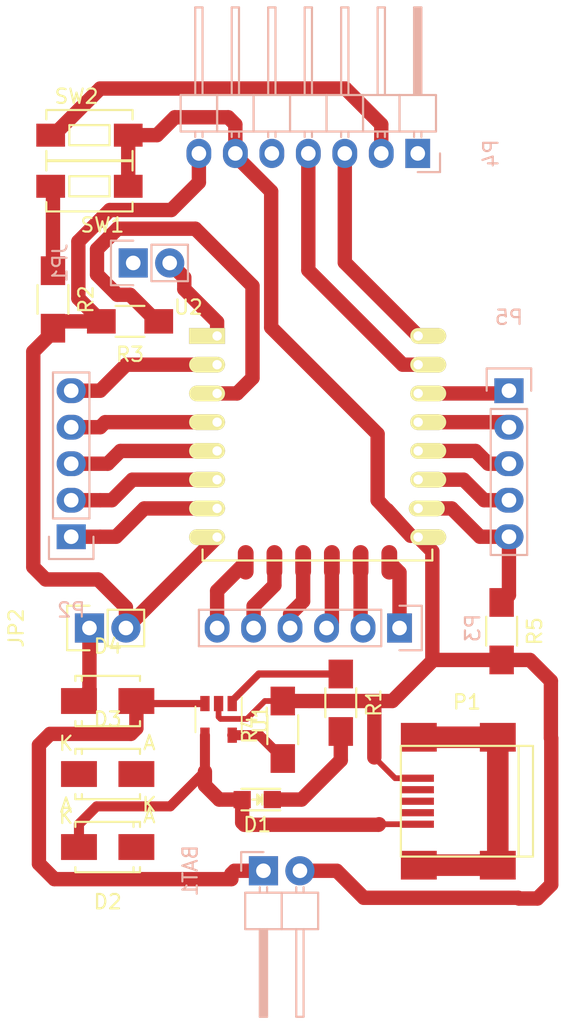
<source format=kicad_pcb>
(kicad_pcb (version 4) (host pcbnew 4.0.5)

  (general
    (links 54)
    (no_connects 54)
    (area 122.936667 51.054999 164.845001 119.675001)
    (thickness 1.6)
    (drawings 0)
    (tracks 175)
    (zones 0)
    (modules 21)
    (nets 31)
  )

  (page A4)
  (layers
    (0 F.Cu signal)
    (31 B.Cu signal)
    (32 B.Adhes user)
    (33 F.Adhes user)
    (34 B.Paste user)
    (35 F.Paste user)
    (36 B.SilkS user)
    (37 F.SilkS user)
    (38 B.Mask user)
    (39 F.Mask user)
    (40 Dwgs.User user)
    (41 Cmts.User user)
    (42 Eco1.User user)
    (43 Eco2.User user)
    (44 Edge.Cuts user)
    (45 Margin user)
    (46 B.CrtYd user)
    (47 F.CrtYd user)
    (48 B.Fab user)
    (49 F.Fab user)
  )

  (setup
    (last_trace_width 1)
    (user_trace_width 0.4)
    (user_trace_width 0.5)
    (user_trace_width 0.7)
    (trace_clearance 0.3)
    (zone_clearance 0.508)
    (zone_45_only no)
    (trace_min 0.2)
    (segment_width 0.2)
    (edge_width 0.15)
    (via_size 0.6)
    (via_drill 0.4)
    (via_min_size 0.4)
    (via_min_drill 0.3)
    (uvia_size 0.3)
    (uvia_drill 0.1)
    (uvias_allowed no)
    (uvia_min_size 0.2)
    (uvia_min_drill 0.1)
    (pcb_text_width 0.3)
    (pcb_text_size 1.5 1.5)
    (mod_edge_width 0.15)
    (mod_text_size 1 1)
    (mod_text_width 0.15)
    (pad_size 1.524 1.524)
    (pad_drill 0.762)
    (pad_to_mask_clearance 0.2)
    (aux_axis_origin 0 0)
    (visible_elements FFFFFF7F)
    (pcbplotparams
      (layerselection 0x00030_80000001)
      (usegerberextensions false)
      (excludeedgelayer true)
      (linewidth 0.100000)
      (plotframeref false)
      (viasonmask false)
      (mode 1)
      (useauxorigin false)
      (hpglpennumber 1)
      (hpglpenspeed 20)
      (hpglpendiameter 15)
      (hpglpenoverlay 2)
      (psnegative false)
      (psa4output false)
      (plotreference true)
      (plotvalue true)
      (plotinvisibletext false)
      (padsonsilk false)
      (subtractmaskfromsilk false)
      (outputformat 1)
      (mirror false)
      (drillshape 1)
      (scaleselection 1)
      (outputdirectory ""))
  )

  (net 0 "")
  (net 1 "Net-(BAT1-Pad1)")
  (net 2 GND)
  (net 3 /USBVCC)
  (net 4 "Net-(D1-Pad1)")
  (net 5 "Net-(D2-Pad1)")
  (net 6 "Net-(D3-Pad1)")
  (net 7 "Net-(JP1-Pad1)")
  (net 8 "Net-(JP1-Pad2)")
  (net 9 VCC)
  (net 10 "Net-(P1-Pad6)")
  (net 11 "Net-(P2-Pad1)")
  (net 12 "Net-(P2-Pad2)")
  (net 13 "Net-(P2-Pad3)")
  (net 14 "Net-(P2-Pad5)")
  (net 15 "Net-(P3-Pad1)")
  (net 16 "Net-(P3-Pad2)")
  (net 17 "Net-(P3-Pad3)")
  (net 18 "Net-(P3-Pad4)")
  (net 19 "Net-(P3-Pad5)")
  (net 20 "Net-(P3-Pad6)")
  (net 21 "Net-(P4-Pad1)")
  (net 22 "Net-(P4-Pad2)")
  (net 23 "Net-(P4-Pad3)")
  (net 24 "Net-(P4-Pad4)")
  (net 25 "Net-(P5-Pad1)")
  (net 26 "Net-(P5-Pad2)")
  (net 27 "Net-(P5-Pad4)")
  (net 28 "Net-(P5-Pad5)")
  (net 29 "Net-(R1-Pad1)")
  (net 30 "Net-(R4-Pad1)")

  (net_class Default "Esta é a classe de net default."
    (clearance 0.3)
    (trace_width 1)
    (via_dia 0.6)
    (via_drill 0.4)
    (uvia_dia 0.3)
    (uvia_drill 0.1)
    (add_net /USBVCC)
    (add_net GND)
    (add_net "Net-(BAT1-Pad1)")
    (add_net "Net-(D1-Pad1)")
    (add_net "Net-(D2-Pad1)")
    (add_net "Net-(D3-Pad1)")
    (add_net "Net-(JP1-Pad1)")
    (add_net "Net-(JP1-Pad2)")
    (add_net "Net-(P1-Pad6)")
    (add_net "Net-(P2-Pad1)")
    (add_net "Net-(P2-Pad2)")
    (add_net "Net-(P2-Pad3)")
    (add_net "Net-(P2-Pad5)")
    (add_net "Net-(P3-Pad1)")
    (add_net "Net-(P3-Pad2)")
    (add_net "Net-(P3-Pad3)")
    (add_net "Net-(P3-Pad4)")
    (add_net "Net-(P3-Pad5)")
    (add_net "Net-(P3-Pad6)")
    (add_net "Net-(P4-Pad1)")
    (add_net "Net-(P4-Pad2)")
    (add_net "Net-(P4-Pad3)")
    (add_net "Net-(P4-Pad4)")
    (add_net "Net-(P5-Pad1)")
    (add_net "Net-(P5-Pad2)")
    (add_net "Net-(P5-Pad4)")
    (add_net "Net-(P5-Pad5)")
    (add_net "Net-(R1-Pad1)")
    (add_net "Net-(R4-Pad1)")
    (add_net VCC)
  )

  (net_class fdx ""
    (clearance 0.3)
    (trace_width 0.7)
    (via_dia 0.6)
    (via_drill 0.4)
    (uvia_dia 0.3)
    (uvia_drill 0.1)
  )

  (module Pin_Headers:Pin_Header_Angled_1x02 (layer B.Cu) (tedit 0) (tstamp 58B6E001)
    (at 141.6558 112.141 270)
    (descr "Through hole pin header")
    (tags "pin header")
    (path /58B57780)
    (fp_text reference BAT1 (at 0 5.1 270) (layer B.SilkS)
      (effects (font (size 1 1) (thickness 0.15)) (justify mirror))
    )
    (fp_text value 3.7v (at 0 3.1 270) (layer B.Fab)
      (effects (font (size 1 1) (thickness 0.15)) (justify mirror))
    )
    (fp_line (start -1.5 1.75) (end -1.5 -4.3) (layer B.CrtYd) (width 0.05))
    (fp_line (start 10.65 1.75) (end 10.65 -4.3) (layer B.CrtYd) (width 0.05))
    (fp_line (start -1.5 1.75) (end 10.65 1.75) (layer B.CrtYd) (width 0.05))
    (fp_line (start -1.5 -4.3) (end 10.65 -4.3) (layer B.CrtYd) (width 0.05))
    (fp_line (start -1.3 1.55) (end -1.3 0) (layer B.SilkS) (width 0.15))
    (fp_line (start 0 1.55) (end -1.3 1.55) (layer B.SilkS) (width 0.15))
    (fp_line (start 4.191 0.127) (end 10.033 0.127) (layer B.SilkS) (width 0.15))
    (fp_line (start 10.033 0.127) (end 10.033 -0.127) (layer B.SilkS) (width 0.15))
    (fp_line (start 10.033 -0.127) (end 4.191 -0.127) (layer B.SilkS) (width 0.15))
    (fp_line (start 4.191 -0.127) (end 4.191 0) (layer B.SilkS) (width 0.15))
    (fp_line (start 4.191 0) (end 10.033 0) (layer B.SilkS) (width 0.15))
    (fp_line (start 1.524 0.254) (end 1.143 0.254) (layer B.SilkS) (width 0.15))
    (fp_line (start 1.524 -0.254) (end 1.143 -0.254) (layer B.SilkS) (width 0.15))
    (fp_line (start 1.524 -2.286) (end 1.143 -2.286) (layer B.SilkS) (width 0.15))
    (fp_line (start 1.524 -2.794) (end 1.143 -2.794) (layer B.SilkS) (width 0.15))
    (fp_line (start 1.524 1.27) (end 4.064 1.27) (layer B.SilkS) (width 0.15))
    (fp_line (start 1.524 -1.27) (end 4.064 -1.27) (layer B.SilkS) (width 0.15))
    (fp_line (start 1.524 -1.27) (end 1.524 -3.81) (layer B.SilkS) (width 0.15))
    (fp_line (start 1.524 -3.81) (end 4.064 -3.81) (layer B.SilkS) (width 0.15))
    (fp_line (start 4.064 -2.286) (end 10.16 -2.286) (layer B.SilkS) (width 0.15))
    (fp_line (start 10.16 -2.286) (end 10.16 -2.794) (layer B.SilkS) (width 0.15))
    (fp_line (start 10.16 -2.794) (end 4.064 -2.794) (layer B.SilkS) (width 0.15))
    (fp_line (start 4.064 -3.81) (end 4.064 -1.27) (layer B.SilkS) (width 0.15))
    (fp_line (start 4.064 -1.27) (end 4.064 1.27) (layer B.SilkS) (width 0.15))
    (fp_line (start 10.16 -0.254) (end 4.064 -0.254) (layer B.SilkS) (width 0.15))
    (fp_line (start 10.16 0.254) (end 10.16 -0.254) (layer B.SilkS) (width 0.15))
    (fp_line (start 4.064 0.254) (end 10.16 0.254) (layer B.SilkS) (width 0.15))
    (fp_line (start 1.524 -1.27) (end 4.064 -1.27) (layer B.SilkS) (width 0.15))
    (fp_line (start 1.524 1.27) (end 1.524 -1.27) (layer B.SilkS) (width 0.15))
    (pad 1 thru_hole rect (at 0 0 270) (size 2.032 2.032) (drill 1.016) (layers *.Cu *.Mask)
      (net 1 "Net-(BAT1-Pad1)"))
    (pad 2 thru_hole oval (at 0 -2.54 270) (size 2.032 2.032) (drill 1.016) (layers *.Cu *.Mask)
      (net 2 GND))
    (model Pin_Headers.3dshapes/Pin_Header_Angled_1x02.wrl
      (at (xyz 0 -0.05 0))
      (scale (xyz 1 1 1))
      (rotate (xyz 0 0 90))
    )
  )

  (module LEDs:LED_0805 (layer F.Cu) (tedit 55BDE1C2) (tstamp 58B6E01C)
    (at 141.224 107.188 180)
    (descr "LED 0805 smd package")
    (tags "LED 0805 SMD")
    (path /58B57249)
    (attr smd)
    (fp_text reference D1 (at 0 -1.75 180) (layer F.SilkS)
      (effects (font (size 1 1) (thickness 0.15)))
    )
    (fp_text value LED (at 0.3048 1.9304 180) (layer F.Fab)
      (effects (font (size 1 1) (thickness 0.15)))
    )
    (fp_line (start -0.4 -0.3) (end -0.4 0.3) (layer F.Fab) (width 0.15))
    (fp_line (start -0.3 0) (end 0 -0.3) (layer F.Fab) (width 0.15))
    (fp_line (start 0 0.3) (end -0.3 0) (layer F.Fab) (width 0.15))
    (fp_line (start 0 -0.3) (end 0 0.3) (layer F.Fab) (width 0.15))
    (fp_line (start 1 -0.6) (end -1 -0.6) (layer F.Fab) (width 0.15))
    (fp_line (start 1 0.6) (end 1 -0.6) (layer F.Fab) (width 0.15))
    (fp_line (start -1 0.6) (end 1 0.6) (layer F.Fab) (width 0.15))
    (fp_line (start -1 -0.6) (end -1 0.6) (layer F.Fab) (width 0.15))
    (fp_line (start -1.6 0.75) (end 1.1 0.75) (layer F.SilkS) (width 0.15))
    (fp_line (start -1.6 -0.75) (end 1.1 -0.75) (layer F.SilkS) (width 0.15))
    (fp_line (start -0.1 0.15) (end -0.1 -0.1) (layer F.SilkS) (width 0.15))
    (fp_line (start -0.1 -0.1) (end -0.25 0.05) (layer F.SilkS) (width 0.15))
    (fp_line (start -0.35 -0.35) (end -0.35 0.35) (layer F.SilkS) (width 0.15))
    (fp_line (start 0 0) (end 0.35 0) (layer F.SilkS) (width 0.15))
    (fp_line (start -0.35 0) (end 0 -0.35) (layer F.SilkS) (width 0.15))
    (fp_line (start 0 -0.35) (end 0 0.35) (layer F.SilkS) (width 0.15))
    (fp_line (start 0 0.35) (end -0.35 0) (layer F.SilkS) (width 0.15))
    (fp_line (start 1.9 -0.95) (end 1.9 0.95) (layer F.CrtYd) (width 0.05))
    (fp_line (start 1.9 0.95) (end -1.9 0.95) (layer F.CrtYd) (width 0.05))
    (fp_line (start -1.9 0.95) (end -1.9 -0.95) (layer F.CrtYd) (width 0.05))
    (fp_line (start -1.9 -0.95) (end 1.9 -0.95) (layer F.CrtYd) (width 0.05))
    (pad 2 smd rect (at 1.04902 0) (size 1.19888 1.19888) (layers F.Cu F.Paste F.Mask)
      (net 3 /USBVCC))
    (pad 1 smd rect (at -1.04902 0) (size 1.19888 1.19888) (layers F.Cu F.Paste F.Mask)
      (net 4 "Net-(D1-Pad1)"))
    (model LEDs.3dshapes/LED_0805.wrl
      (at (xyz 0 0 0))
      (scale (xyz 1 1 1))
      (rotate (xyz 0 0 0))
    )
  )

  (module Pin_Headers:Pin_Header_Straight_1x02 (layer B.Cu) (tedit 54EA090C) (tstamp 58B6E07E)
    (at 132.588 69.85 270)
    (descr "Through hole pin header")
    (tags "pin header")
    (path /58B606D8)
    (fp_text reference JP1 (at 0 5.1 270) (layer B.SilkS)
      (effects (font (size 1 1) (thickness 0.15)) (justify mirror))
    )
    (fp_text value WAKE (at 0 3.1 270) (layer B.Fab)
      (effects (font (size 1 1) (thickness 0.15)) (justify mirror))
    )
    (fp_line (start 1.27 -1.27) (end 1.27 -3.81) (layer B.SilkS) (width 0.15))
    (fp_line (start 1.55 1.55) (end 1.55 0) (layer B.SilkS) (width 0.15))
    (fp_line (start -1.75 1.75) (end -1.75 -4.3) (layer B.CrtYd) (width 0.05))
    (fp_line (start 1.75 1.75) (end 1.75 -4.3) (layer B.CrtYd) (width 0.05))
    (fp_line (start -1.75 1.75) (end 1.75 1.75) (layer B.CrtYd) (width 0.05))
    (fp_line (start -1.75 -4.3) (end 1.75 -4.3) (layer B.CrtYd) (width 0.05))
    (fp_line (start 1.27 -1.27) (end -1.27 -1.27) (layer B.SilkS) (width 0.15))
    (fp_line (start -1.55 0) (end -1.55 1.55) (layer B.SilkS) (width 0.15))
    (fp_line (start -1.55 1.55) (end 1.55 1.55) (layer B.SilkS) (width 0.15))
    (fp_line (start -1.27 -1.27) (end -1.27 -3.81) (layer B.SilkS) (width 0.15))
    (fp_line (start -1.27 -3.81) (end 1.27 -3.81) (layer B.SilkS) (width 0.15))
    (pad 1 thru_hole rect (at 0 0 270) (size 2.032 2.032) (drill 1.016) (layers *.Cu *.Mask)
      (net 7 "Net-(JP1-Pad1)"))
    (pad 2 thru_hole oval (at 0 -2.54 270) (size 2.032 2.032) (drill 1.016) (layers *.Cu *.Mask)
      (net 8 "Net-(JP1-Pad2)"))
    (model Pin_Headers.3dshapes/Pin_Header_Straight_1x02.wrl
      (at (xyz 0 -0.05 0))
      (scale (xyz 1 1 1))
      (rotate (xyz 0 0 90))
    )
  )

  (module Pin_Headers:Pin_Header_Straight_1x02 (layer F.Cu) (tedit 54EA090C) (tstamp 58B6E08F)
    (at 129.54 95.25 90)
    (descr "Through hole pin header")
    (tags "pin header")
    (path /58B57D03)
    (fp_text reference JP2 (at 0 -5.1 90) (layer F.SilkS)
      (effects (font (size 1 1) (thickness 0.15)))
    )
    (fp_text value ON/OFF (at 0 -3.1 90) (layer F.Fab)
      (effects (font (size 1 1) (thickness 0.15)))
    )
    (fp_line (start 1.27 1.27) (end 1.27 3.81) (layer F.SilkS) (width 0.15))
    (fp_line (start 1.55 -1.55) (end 1.55 0) (layer F.SilkS) (width 0.15))
    (fp_line (start -1.75 -1.75) (end -1.75 4.3) (layer F.CrtYd) (width 0.05))
    (fp_line (start 1.75 -1.75) (end 1.75 4.3) (layer F.CrtYd) (width 0.05))
    (fp_line (start -1.75 -1.75) (end 1.75 -1.75) (layer F.CrtYd) (width 0.05))
    (fp_line (start -1.75 4.3) (end 1.75 4.3) (layer F.CrtYd) (width 0.05))
    (fp_line (start 1.27 1.27) (end -1.27 1.27) (layer F.SilkS) (width 0.15))
    (fp_line (start -1.55 0) (end -1.55 -1.55) (layer F.SilkS) (width 0.15))
    (fp_line (start -1.55 -1.55) (end 1.55 -1.55) (layer F.SilkS) (width 0.15))
    (fp_line (start -1.27 1.27) (end -1.27 3.81) (layer F.SilkS) (width 0.15))
    (fp_line (start -1.27 3.81) (end 1.27 3.81) (layer F.SilkS) (width 0.15))
    (pad 1 thru_hole rect (at 0 0 90) (size 2.032 2.032) (drill 1.016) (layers *.Cu *.Mask)
      (net 6 "Net-(D3-Pad1)"))
    (pad 2 thru_hole oval (at 0 2.54 90) (size 2.032 2.032) (drill 1.016) (layers *.Cu *.Mask)
      (net 9 VCC))
    (model Pin_Headers.3dshapes/Pin_Header_Straight_1x02.wrl
      (at (xyz 0 -0.05 0))
      (scale (xyz 1 1 1))
      (rotate (xyz 0 0 90))
    )
  )

  (module Connect:USB_Mini-B (layer F.Cu) (tedit 5543E571) (tstamp 58B6E0A7)
    (at 155.82392 107.3023 180)
    (descr "USB Mini-B 5-pin SMD connector")
    (tags "USB USB_B USB_Mini connector")
    (path /58B6DCD5)
    (attr smd)
    (fp_text reference P1 (at 0 6.90118 180) (layer F.SilkS)
      (effects (font (size 1 1) (thickness 0.15)))
    )
    (fp_text value USB_OTG (at 0 -7.0993 180) (layer F.Fab)
      (effects (font (size 1 1) (thickness 0.15)))
    )
    (fp_line (start -4.85 -5.7) (end 4.85 -5.7) (layer F.CrtYd) (width 0.05))
    (fp_line (start 4.85 -5.7) (end 4.85 5.7) (layer F.CrtYd) (width 0.05))
    (fp_line (start 4.85 5.7) (end -4.85 5.7) (layer F.CrtYd) (width 0.05))
    (fp_line (start -4.85 5.7) (end -4.85 -5.7) (layer F.CrtYd) (width 0.05))
    (fp_line (start -3.59918 -3.85064) (end -3.59918 3.85064) (layer F.SilkS) (width 0.15))
    (fp_line (start -4.59994 -3.85064) (end -4.59994 3.85064) (layer F.SilkS) (width 0.15))
    (fp_line (start -4.59994 3.85064) (end 4.59994 3.85064) (layer F.SilkS) (width 0.15))
    (fp_line (start 4.59994 3.85064) (end 4.59994 -3.85064) (layer F.SilkS) (width 0.15))
    (fp_line (start 4.59994 -3.85064) (end -4.59994 -3.85064) (layer F.SilkS) (width 0.15))
    (pad 1 smd rect (at 3.44932 -1.6002 180) (size 2.30124 0.50038) (layers F.Cu F.Paste F.Mask)
      (net 3 /USBVCC))
    (pad 2 smd rect (at 3.44932 -0.8001 180) (size 2.30124 0.50038) (layers F.Cu F.Paste F.Mask))
    (pad 3 smd rect (at 3.44932 0 180) (size 2.30124 0.50038) (layers F.Cu F.Paste F.Mask))
    (pad 4 smd rect (at 3.44932 0.8001 180) (size 2.30124 0.50038) (layers F.Cu F.Paste F.Mask))
    (pad 5 smd rect (at 3.44932 1.6002 180) (size 2.30124 0.50038) (layers F.Cu F.Paste F.Mask)
      (net 2 GND))
    (pad 6 smd rect (at 3.35026 -4.45008 180) (size 2.49936 1.99898) (layers F.Cu F.Paste F.Mask)
      (net 10 "Net-(P1-Pad6)"))
    (pad 6 smd rect (at -2.14884 -4.45008 180) (size 2.49936 1.99898) (layers F.Cu F.Paste F.Mask)
      (net 10 "Net-(P1-Pad6)"))
    (pad 6 smd rect (at 3.35026 4.45008 180) (size 2.49936 1.99898) (layers F.Cu F.Paste F.Mask)
      (net 10 "Net-(P1-Pad6)"))
    (pad 6 smd rect (at -2.14884 4.45008 180) (size 2.49936 1.99898) (layers F.Cu F.Paste F.Mask)
      (net 10 "Net-(P1-Pad6)"))
    (pad "" np_thru_hole circle (at 0.8509 -2.19964 180) (size 0.89916 0.89916) (drill 0.89916) (layers *.Cu *.Mask))
    (pad "" np_thru_hole circle (at 0.8509 2.19964 180) (size 0.89916 0.89916) (drill 0.89916) (layers *.Cu *.Mask))
  )

  (module Pin_Headers:Pin_Header_Straight_1x05 locked (layer B.Cu) (tedit 54EA0684) (tstamp 58B6E0BB)
    (at 128.27 88.9)
    (descr "Through hole pin header")
    (tags "pin header")
    (path /58B60D16)
    (fp_text reference P2 (at 0 5.1) (layer B.SilkS)
      (effects (font (size 1 1) (thickness 0.15)) (justify mirror))
    )
    (fp_text value CONN_01X05 (at 0 3.1) (layer B.Fab)
      (effects (font (size 1 1) (thickness 0.15)) (justify mirror))
    )
    (fp_line (start -1.55 0) (end -1.55 1.55) (layer B.SilkS) (width 0.15))
    (fp_line (start -1.55 1.55) (end 1.55 1.55) (layer B.SilkS) (width 0.15))
    (fp_line (start 1.55 1.55) (end 1.55 0) (layer B.SilkS) (width 0.15))
    (fp_line (start -1.75 1.75) (end -1.75 -11.95) (layer B.CrtYd) (width 0.05))
    (fp_line (start 1.75 1.75) (end 1.75 -11.95) (layer B.CrtYd) (width 0.05))
    (fp_line (start -1.75 1.75) (end 1.75 1.75) (layer B.CrtYd) (width 0.05))
    (fp_line (start -1.75 -11.95) (end 1.75 -11.95) (layer B.CrtYd) (width 0.05))
    (fp_line (start 1.27 -1.27) (end 1.27 -11.43) (layer B.SilkS) (width 0.15))
    (fp_line (start 1.27 -11.43) (end -1.27 -11.43) (layer B.SilkS) (width 0.15))
    (fp_line (start -1.27 -11.43) (end -1.27 -1.27) (layer B.SilkS) (width 0.15))
    (fp_line (start 1.27 -1.27) (end -1.27 -1.27) (layer B.SilkS) (width 0.15))
    (pad 1 thru_hole rect (at 0 0) (size 2.032 1.7272) (drill 1.016) (layers *.Cu *.Mask)
      (net 11 "Net-(P2-Pad1)"))
    (pad 2 thru_hole oval (at 0 -2.54) (size 2.032 1.7272) (drill 1.016) (layers *.Cu *.Mask)
      (net 12 "Net-(P2-Pad2)"))
    (pad 3 thru_hole oval (at 0 -5.08) (size 2.032 1.7272) (drill 1.016) (layers *.Cu *.Mask)
      (net 13 "Net-(P2-Pad3)"))
    (pad 4 thru_hole oval (at 0 -7.62) (size 2.032 1.7272) (drill 1.016) (layers *.Cu *.Mask)
      (net 7 "Net-(JP1-Pad1)"))
    (pad 5 thru_hole oval (at 0 -10.16) (size 2.032 1.7272) (drill 1.016) (layers *.Cu *.Mask)
      (net 14 "Net-(P2-Pad5)"))
    (model Pin_Headers.3dshapes/Pin_Header_Straight_1x05.wrl
      (at (xyz 0 -0.2 0))
      (scale (xyz 1 1 1))
      (rotate (xyz 0 0 90))
    )
  )

  (module Pin_Headers:Pin_Header_Straight_1x06 (layer B.Cu) (tedit 0) (tstamp 58B6E0D0)
    (at 151.13 95.25 90)
    (descr "Through hole pin header")
    (tags "pin header")
    (path /58B60FCB)
    (fp_text reference P3 (at 0 5.1 90) (layer B.SilkS)
      (effects (font (size 1 1) (thickness 0.15)) (justify mirror))
    )
    (fp_text value CONN_01X06 (at 0 3.1 90) (layer B.Fab)
      (effects (font (size 1 1) (thickness 0.15)) (justify mirror))
    )
    (fp_line (start -1.75 1.75) (end -1.75 -14.45) (layer B.CrtYd) (width 0.05))
    (fp_line (start 1.75 1.75) (end 1.75 -14.45) (layer B.CrtYd) (width 0.05))
    (fp_line (start -1.75 1.75) (end 1.75 1.75) (layer B.CrtYd) (width 0.05))
    (fp_line (start -1.75 -14.45) (end 1.75 -14.45) (layer B.CrtYd) (width 0.05))
    (fp_line (start 1.27 -1.27) (end 1.27 -13.97) (layer B.SilkS) (width 0.15))
    (fp_line (start 1.27 -13.97) (end -1.27 -13.97) (layer B.SilkS) (width 0.15))
    (fp_line (start -1.27 -13.97) (end -1.27 -1.27) (layer B.SilkS) (width 0.15))
    (fp_line (start 1.55 1.55) (end 1.55 0) (layer B.SilkS) (width 0.15))
    (fp_line (start 1.27 -1.27) (end -1.27 -1.27) (layer B.SilkS) (width 0.15))
    (fp_line (start -1.55 0) (end -1.55 1.55) (layer B.SilkS) (width 0.15))
    (fp_line (start -1.55 1.55) (end 1.55 1.55) (layer B.SilkS) (width 0.15))
    (pad 1 thru_hole rect (at 0 0 90) (size 2.032 1.7272) (drill 1.016) (layers *.Cu *.Mask)
      (net 15 "Net-(P3-Pad1)"))
    (pad 2 thru_hole oval (at 0 -2.54 90) (size 2.032 1.7272) (drill 1.016) (layers *.Cu *.Mask)
      (net 16 "Net-(P3-Pad2)"))
    (pad 3 thru_hole oval (at 0 -5.08 90) (size 2.032 1.7272) (drill 1.016) (layers *.Cu *.Mask)
      (net 17 "Net-(P3-Pad3)"))
    (pad 4 thru_hole oval (at 0 -7.62 90) (size 2.032 1.7272) (drill 1.016) (layers *.Cu *.Mask)
      (net 18 "Net-(P3-Pad4)"))
    (pad 5 thru_hole oval (at 0 -10.16 90) (size 2.032 1.7272) (drill 1.016) (layers *.Cu *.Mask)
      (net 19 "Net-(P3-Pad5)"))
    (pad 6 thru_hole oval (at 0 -12.7 90) (size 2.032 1.7272) (drill 1.016) (layers *.Cu *.Mask)
      (net 20 "Net-(P3-Pad6)"))
    (model Pin_Headers.3dshapes/Pin_Header_Straight_1x06.wrl
      (at (xyz 0 -0.25 0))
      (scale (xyz 1 1 1))
      (rotate (xyz 0 0 90))
    )
  )

  (module Pin_Headers:Pin_Header_Angled_1x07 (layer B.Cu) (tedit 0) (tstamp 58B6E125)
    (at 152.4 62.23 90)
    (descr "Through hole pin header")
    (tags "pin header")
    (path /58B5F655)
    (fp_text reference P4 (at 0 5.1 90) (layer B.SilkS)
      (effects (font (size 1 1) (thickness 0.15)) (justify mirror))
    )
    (fp_text value Programming (at 0 3.1 90) (layer B.Fab)
      (effects (font (size 1 1) (thickness 0.15)) (justify mirror))
    )
    (fp_line (start -1.5 1.75) (end -1.5 -17) (layer B.CrtYd) (width 0.05))
    (fp_line (start 10.65 1.75) (end 10.65 -17) (layer B.CrtYd) (width 0.05))
    (fp_line (start -1.5 1.75) (end 10.65 1.75) (layer B.CrtYd) (width 0.05))
    (fp_line (start -1.5 -17) (end 10.65 -17) (layer B.CrtYd) (width 0.05))
    (fp_line (start -1.3 1.55) (end -1.3 0) (layer B.SilkS) (width 0.15))
    (fp_line (start 0 1.55) (end -1.3 1.55) (layer B.SilkS) (width 0.15))
    (fp_line (start 4.191 0.127) (end 10.033 0.127) (layer B.SilkS) (width 0.15))
    (fp_line (start 10.033 0.127) (end 10.033 -0.127) (layer B.SilkS) (width 0.15))
    (fp_line (start 10.033 -0.127) (end 4.191 -0.127) (layer B.SilkS) (width 0.15))
    (fp_line (start 4.191 -0.127) (end 4.191 0) (layer B.SilkS) (width 0.15))
    (fp_line (start 4.191 0) (end 10.033 0) (layer B.SilkS) (width 0.15))
    (fp_line (start 1.524 0.254) (end 1.143 0.254) (layer B.SilkS) (width 0.15))
    (fp_line (start 1.524 -0.254) (end 1.143 -0.254) (layer B.SilkS) (width 0.15))
    (fp_line (start 1.524 -2.286) (end 1.143 -2.286) (layer B.SilkS) (width 0.15))
    (fp_line (start 1.524 -2.794) (end 1.143 -2.794) (layer B.SilkS) (width 0.15))
    (fp_line (start 1.524 -4.826) (end 1.143 -4.826) (layer B.SilkS) (width 0.15))
    (fp_line (start 1.524 -5.334) (end 1.143 -5.334) (layer B.SilkS) (width 0.15))
    (fp_line (start 1.524 -7.366) (end 1.143 -7.366) (layer B.SilkS) (width 0.15))
    (fp_line (start 1.524 -7.874) (end 1.143 -7.874) (layer B.SilkS) (width 0.15))
    (fp_line (start 1.524 -15.494) (end 1.143 -15.494) (layer B.SilkS) (width 0.15))
    (fp_line (start 1.524 -14.986) (end 1.143 -14.986) (layer B.SilkS) (width 0.15))
    (fp_line (start 1.524 -12.954) (end 1.143 -12.954) (layer B.SilkS) (width 0.15))
    (fp_line (start 1.524 -12.446) (end 1.143 -12.446) (layer B.SilkS) (width 0.15))
    (fp_line (start 1.524 -10.414) (end 1.143 -10.414) (layer B.SilkS) (width 0.15))
    (fp_line (start 1.524 -9.906) (end 1.143 -9.906) (layer B.SilkS) (width 0.15))
    (fp_line (start 4.064 -1.27) (end 4.064 1.27) (layer B.SilkS) (width 0.15))
    (fp_line (start 10.16 -0.254) (end 4.064 -0.254) (layer B.SilkS) (width 0.15))
    (fp_line (start 10.16 0.254) (end 10.16 -0.254) (layer B.SilkS) (width 0.15))
    (fp_line (start 4.064 0.254) (end 10.16 0.254) (layer B.SilkS) (width 0.15))
    (fp_line (start 1.524 -1.27) (end 4.064 -1.27) (layer B.SilkS) (width 0.15))
    (fp_line (start 1.524 1.27) (end 1.524 -1.27) (layer B.SilkS) (width 0.15))
    (fp_line (start 1.524 1.27) (end 4.064 1.27) (layer B.SilkS) (width 0.15))
    (fp_line (start 1.524 -3.81) (end 4.064 -3.81) (layer B.SilkS) (width 0.15))
    (fp_line (start 1.524 -3.81) (end 1.524 -6.35) (layer B.SilkS) (width 0.15))
    (fp_line (start 1.524 -6.35) (end 4.064 -6.35) (layer B.SilkS) (width 0.15))
    (fp_line (start 4.064 -4.826) (end 10.16 -4.826) (layer B.SilkS) (width 0.15))
    (fp_line (start 10.16 -4.826) (end 10.16 -5.334) (layer B.SilkS) (width 0.15))
    (fp_line (start 10.16 -5.334) (end 4.064 -5.334) (layer B.SilkS) (width 0.15))
    (fp_line (start 4.064 -6.35) (end 4.064 -3.81) (layer B.SilkS) (width 0.15))
    (fp_line (start 4.064 -3.81) (end 4.064 -1.27) (layer B.SilkS) (width 0.15))
    (fp_line (start 10.16 -2.794) (end 4.064 -2.794) (layer B.SilkS) (width 0.15))
    (fp_line (start 10.16 -2.286) (end 10.16 -2.794) (layer B.SilkS) (width 0.15))
    (fp_line (start 4.064 -2.286) (end 10.16 -2.286) (layer B.SilkS) (width 0.15))
    (fp_line (start 1.524 -3.81) (end 4.064 -3.81) (layer B.SilkS) (width 0.15))
    (fp_line (start 1.524 -1.27) (end 1.524 -3.81) (layer B.SilkS) (width 0.15))
    (fp_line (start 1.524 -1.27) (end 4.064 -1.27) (layer B.SilkS) (width 0.15))
    (fp_line (start 1.524 -11.43) (end 4.064 -11.43) (layer B.SilkS) (width 0.15))
    (fp_line (start 1.524 -11.43) (end 1.524 -13.97) (layer B.SilkS) (width 0.15))
    (fp_line (start 1.524 -13.97) (end 4.064 -13.97) (layer B.SilkS) (width 0.15))
    (fp_line (start 4.064 -12.446) (end 10.16 -12.446) (layer B.SilkS) (width 0.15))
    (fp_line (start 10.16 -12.446) (end 10.16 -12.954) (layer B.SilkS) (width 0.15))
    (fp_line (start 10.16 -12.954) (end 4.064 -12.954) (layer B.SilkS) (width 0.15))
    (fp_line (start 4.064 -13.97) (end 4.064 -11.43) (layer B.SilkS) (width 0.15))
    (fp_line (start 4.064 -16.51) (end 4.064 -13.97) (layer B.SilkS) (width 0.15))
    (fp_line (start 10.16 -15.494) (end 4.064 -15.494) (layer B.SilkS) (width 0.15))
    (fp_line (start 10.16 -14.986) (end 10.16 -15.494) (layer B.SilkS) (width 0.15))
    (fp_line (start 4.064 -14.986) (end 10.16 -14.986) (layer B.SilkS) (width 0.15))
    (fp_line (start 1.524 -16.51) (end 4.064 -16.51) (layer B.SilkS) (width 0.15))
    (fp_line (start 1.524 -13.97) (end 1.524 -16.51) (layer B.SilkS) (width 0.15))
    (fp_line (start 1.524 -13.97) (end 4.064 -13.97) (layer B.SilkS) (width 0.15))
    (fp_line (start 1.524 -8.89) (end 4.064 -8.89) (layer B.SilkS) (width 0.15))
    (fp_line (start 1.524 -8.89) (end 1.524 -11.43) (layer B.SilkS) (width 0.15))
    (fp_line (start 1.524 -11.43) (end 4.064 -11.43) (layer B.SilkS) (width 0.15))
    (fp_line (start 4.064 -9.906) (end 10.16 -9.906) (layer B.SilkS) (width 0.15))
    (fp_line (start 10.16 -9.906) (end 10.16 -10.414) (layer B.SilkS) (width 0.15))
    (fp_line (start 10.16 -10.414) (end 4.064 -10.414) (layer B.SilkS) (width 0.15))
    (fp_line (start 4.064 -11.43) (end 4.064 -8.89) (layer B.SilkS) (width 0.15))
    (fp_line (start 4.064 -8.89) (end 4.064 -6.35) (layer B.SilkS) (width 0.15))
    (fp_line (start 10.16 -7.874) (end 4.064 -7.874) (layer B.SilkS) (width 0.15))
    (fp_line (start 10.16 -7.366) (end 10.16 -7.874) (layer B.SilkS) (width 0.15))
    (fp_line (start 4.064 -7.366) (end 10.16 -7.366) (layer B.SilkS) (width 0.15))
    (fp_line (start 1.524 -8.89) (end 4.064 -8.89) (layer B.SilkS) (width 0.15))
    (fp_line (start 1.524 -6.35) (end 1.524 -8.89) (layer B.SilkS) (width 0.15))
    (fp_line (start 1.524 -6.35) (end 4.064 -6.35) (layer B.SilkS) (width 0.15))
    (pad 1 thru_hole rect (at 0 0 90) (size 2.032 1.7272) (drill 1.016) (layers *.Cu *.Mask)
      (net 21 "Net-(P4-Pad1)"))
    (pad 2 thru_hole oval (at 0 -2.54 90) (size 2.032 1.7272) (drill 1.016) (layers *.Cu *.Mask)
      (net 22 "Net-(P4-Pad2)"))
    (pad 3 thru_hole oval (at 0 -5.08 90) (size 2.032 1.7272) (drill 1.016) (layers *.Cu *.Mask)
      (net 23 "Net-(P4-Pad3)"))
    (pad 4 thru_hole oval (at 0 -7.62 90) (size 2.032 1.7272) (drill 1.016) (layers *.Cu *.Mask)
      (net 24 "Net-(P4-Pad4)"))
    (pad 5 thru_hole oval (at 0 -10.16 90) (size 2.032 1.7272) (drill 1.016) (layers *.Cu *.Mask)
      (net 3 /USBVCC))
    (pad 6 thru_hole oval (at 0 -12.7 90) (size 2.032 1.7272) (drill 1.016) (layers *.Cu *.Mask)
      (net 2 GND))
    (pad 7 thru_hole oval (at 0 -15.24 90) (size 2.032 1.7272) (drill 1.016) (layers *.Cu *.Mask)
      (net 9 VCC))
    (model Pin_Headers.3dshapes/Pin_Header_Angled_1x07.wrl
      (at (xyz 0 -0.3 0))
      (scale (xyz 1 1 1))
      (rotate (xyz 0 0 90))
    )
  )

  (module Pin_Headers:Pin_Header_Straight_1x05 locked (layer B.Cu) (tedit 54EA0684) (tstamp 58B6E139)
    (at 158.75 78.74 180)
    (descr "Through hole pin header")
    (tags "pin header")
    (path /58B612A3)
    (fp_text reference P5 (at 0 5.1 180) (layer B.SilkS)
      (effects (font (size 1 1) (thickness 0.15)) (justify mirror))
    )
    (fp_text value CONN_01X05 (at 0 3.1 180) (layer B.Fab)
      (effects (font (size 1 1) (thickness 0.15)) (justify mirror))
    )
    (fp_line (start -1.55 0) (end -1.55 1.55) (layer B.SilkS) (width 0.15))
    (fp_line (start -1.55 1.55) (end 1.55 1.55) (layer B.SilkS) (width 0.15))
    (fp_line (start 1.55 1.55) (end 1.55 0) (layer B.SilkS) (width 0.15))
    (fp_line (start -1.75 1.75) (end -1.75 -11.95) (layer B.CrtYd) (width 0.05))
    (fp_line (start 1.75 1.75) (end 1.75 -11.95) (layer B.CrtYd) (width 0.05))
    (fp_line (start -1.75 1.75) (end 1.75 1.75) (layer B.CrtYd) (width 0.05))
    (fp_line (start -1.75 -11.95) (end 1.75 -11.95) (layer B.CrtYd) (width 0.05))
    (fp_line (start 1.27 -1.27) (end 1.27 -11.43) (layer B.SilkS) (width 0.15))
    (fp_line (start 1.27 -11.43) (end -1.27 -11.43) (layer B.SilkS) (width 0.15))
    (fp_line (start -1.27 -11.43) (end -1.27 -1.27) (layer B.SilkS) (width 0.15))
    (fp_line (start 1.27 -1.27) (end -1.27 -1.27) (layer B.SilkS) (width 0.15))
    (pad 1 thru_hole rect (at 0 0 180) (size 2.032 1.7272) (drill 1.016) (layers *.Cu *.Mask)
      (net 25 "Net-(P5-Pad1)"))
    (pad 2 thru_hole oval (at 0 -2.54 180) (size 2.032 1.7272) (drill 1.016) (layers *.Cu *.Mask)
      (net 26 "Net-(P5-Pad2)"))
    (pad 3 thru_hole oval (at 0 -5.08 180) (size 2.032 1.7272) (drill 1.016) (layers *.Cu *.Mask)
      (net 22 "Net-(P4-Pad2)"))
    (pad 4 thru_hole oval (at 0 -7.62 180) (size 2.032 1.7272) (drill 1.016) (layers *.Cu *.Mask)
      (net 27 "Net-(P5-Pad4)"))
    (pad 5 thru_hole oval (at 0 -10.16 180) (size 2.032 1.7272) (drill 1.016) (layers *.Cu *.Mask)
      (net 28 "Net-(P5-Pad5)"))
    (model Pin_Headers.3dshapes/Pin_Header_Straight_1x05.wrl
      (at (xyz 0 -0.2 0))
      (scale (xyz 1 1 1))
      (rotate (xyz 0 0 90))
    )
  )

  (module Resistors_SMD:R_1206_HandSoldering (layer F.Cu) (tedit 58307C0D) (tstamp 58B6E149)
    (at 147.0406 100.4504 270)
    (descr "Resistor SMD 1206, hand soldering")
    (tags "resistor 1206")
    (path /58B572D8)
    (attr smd)
    (fp_text reference R1 (at 0 -2.3 270) (layer F.SilkS)
      (effects (font (size 1 1) (thickness 0.15)))
    )
    (fp_text value 470 (at 0 2.3 270) (layer F.Fab)
      (effects (font (size 1 1) (thickness 0.15)))
    )
    (fp_line (start -1.6 0.8) (end -1.6 -0.8) (layer F.Fab) (width 0.1))
    (fp_line (start 1.6 0.8) (end -1.6 0.8) (layer F.Fab) (width 0.1))
    (fp_line (start 1.6 -0.8) (end 1.6 0.8) (layer F.Fab) (width 0.1))
    (fp_line (start -1.6 -0.8) (end 1.6 -0.8) (layer F.Fab) (width 0.1))
    (fp_line (start -3.3 -1.2) (end 3.3 -1.2) (layer F.CrtYd) (width 0.05))
    (fp_line (start -3.3 1.2) (end 3.3 1.2) (layer F.CrtYd) (width 0.05))
    (fp_line (start -3.3 -1.2) (end -3.3 1.2) (layer F.CrtYd) (width 0.05))
    (fp_line (start 3.3 -1.2) (end 3.3 1.2) (layer F.CrtYd) (width 0.05))
    (fp_line (start 1 1.075) (end -1 1.075) (layer F.SilkS) (width 0.15))
    (fp_line (start -1 -1.075) (end 1 -1.075) (layer F.SilkS) (width 0.15))
    (pad 1 smd rect (at -2 0 270) (size 2 1.7) (layers F.Cu F.Paste F.Mask)
      (net 29 "Net-(R1-Pad1)"))
    (pad 2 smd rect (at 2 0 270) (size 2 1.7) (layers F.Cu F.Paste F.Mask)
      (net 4 "Net-(D1-Pad1)"))
    (model Resistors_SMD.3dshapes/R_1206_HandSoldering.wrl
      (at (xyz 0 0 0))
      (scale (xyz 1 1 1))
      (rotate (xyz 0 0 0))
    )
  )

  (module Resistors_SMD:R_1206_HandSoldering (layer F.Cu) (tedit 58307C0D) (tstamp 58B6E159)
    (at 127 72.39 270)
    (descr "Resistor SMD 1206, hand soldering")
    (tags "resistor 1206")
    (path /58B58990)
    (attr smd)
    (fp_text reference R2 (at 0 -2.3 270) (layer F.SilkS)
      (effects (font (size 1 1) (thickness 0.15)))
    )
    (fp_text value 10k (at 0 2.3 270) (layer F.Fab)
      (effects (font (size 1 1) (thickness 0.15)))
    )
    (fp_line (start -1.6 0.8) (end -1.6 -0.8) (layer F.Fab) (width 0.1))
    (fp_line (start 1.6 0.8) (end -1.6 0.8) (layer F.Fab) (width 0.1))
    (fp_line (start 1.6 -0.8) (end 1.6 0.8) (layer F.Fab) (width 0.1))
    (fp_line (start -1.6 -0.8) (end 1.6 -0.8) (layer F.Fab) (width 0.1))
    (fp_line (start -3.3 -1.2) (end 3.3 -1.2) (layer F.CrtYd) (width 0.05))
    (fp_line (start -3.3 1.2) (end 3.3 1.2) (layer F.CrtYd) (width 0.05))
    (fp_line (start -3.3 -1.2) (end -3.3 1.2) (layer F.CrtYd) (width 0.05))
    (fp_line (start 3.3 -1.2) (end 3.3 1.2) (layer F.CrtYd) (width 0.05))
    (fp_line (start 1 1.075) (end -1 1.075) (layer F.SilkS) (width 0.15))
    (fp_line (start -1 -1.075) (end 1 -1.075) (layer F.SilkS) (width 0.15))
    (pad 1 smd rect (at -2 0 270) (size 2 1.7) (layers F.Cu F.Paste F.Mask)
      (net 8 "Net-(JP1-Pad2)"))
    (pad 2 smd rect (at 2 0 270) (size 2 1.7) (layers F.Cu F.Paste F.Mask)
      (net 9 VCC))
    (model Resistors_SMD.3dshapes/R_1206_HandSoldering.wrl
      (at (xyz 0 0 0))
      (scale (xyz 1 1 1))
      (rotate (xyz 0 0 0))
    )
  )

  (module Resistors_SMD:R_1206_HandSoldering (layer F.Cu) (tedit 58307C0D) (tstamp 58B6E169)
    (at 132.366 73.914 180)
    (descr "Resistor SMD 1206, hand soldering")
    (tags "resistor 1206")
    (path /58B58925)
    (attr smd)
    (fp_text reference R3 (at 0 -2.3 180) (layer F.SilkS)
      (effects (font (size 1 1) (thickness 0.15)))
    )
    (fp_text value 10k (at 0 2.3 180) (layer F.Fab)
      (effects (font (size 1 1) (thickness 0.15)))
    )
    (fp_line (start -1.6 0.8) (end -1.6 -0.8) (layer F.Fab) (width 0.1))
    (fp_line (start 1.6 0.8) (end -1.6 0.8) (layer F.Fab) (width 0.1))
    (fp_line (start 1.6 -0.8) (end 1.6 0.8) (layer F.Fab) (width 0.1))
    (fp_line (start -1.6 -0.8) (end 1.6 -0.8) (layer F.Fab) (width 0.1))
    (fp_line (start -3.3 -1.2) (end 3.3 -1.2) (layer F.CrtYd) (width 0.05))
    (fp_line (start -3.3 1.2) (end 3.3 1.2) (layer F.CrtYd) (width 0.05))
    (fp_line (start -3.3 -1.2) (end -3.3 1.2) (layer F.CrtYd) (width 0.05))
    (fp_line (start 3.3 -1.2) (end 3.3 1.2) (layer F.CrtYd) (width 0.05))
    (fp_line (start 1 1.075) (end -1 1.075) (layer F.SilkS) (width 0.15))
    (fp_line (start -1 -1.075) (end 1 -1.075) (layer F.SilkS) (width 0.15))
    (pad 1 smd rect (at -2 0 180) (size 2 1.7) (layers F.Cu F.Paste F.Mask)
      (net 21 "Net-(P4-Pad1)"))
    (pad 2 smd rect (at 2 0 180) (size 2 1.7) (layers F.Cu F.Paste F.Mask)
      (net 9 VCC))
    (model Resistors_SMD.3dshapes/R_1206_HandSoldering.wrl
      (at (xyz 0 0 0))
      (scale (xyz 1 1 1))
      (rotate (xyz 0 0 0))
    )
  )

  (module Resistors_SMD:R_1206_HandSoldering (layer F.Cu) (tedit 58307C0D) (tstamp 58B6E179)
    (at 143.002 102.33 90)
    (descr "Resistor SMD 1206, hand soldering")
    (tags "resistor 1206")
    (path /58B573C5)
    (attr smd)
    (fp_text reference R4 (at 0 -2.3 90) (layer F.SilkS)
      (effects (font (size 1 1) (thickness 0.15)))
    )
    (fp_text value 15k (at 0 2.3 90) (layer F.Fab)
      (effects (font (size 1 1) (thickness 0.15)))
    )
    (fp_line (start -1.6 0.8) (end -1.6 -0.8) (layer F.Fab) (width 0.1))
    (fp_line (start 1.6 0.8) (end -1.6 0.8) (layer F.Fab) (width 0.1))
    (fp_line (start 1.6 -0.8) (end 1.6 0.8) (layer F.Fab) (width 0.1))
    (fp_line (start -1.6 -0.8) (end 1.6 -0.8) (layer F.Fab) (width 0.1))
    (fp_line (start -3.3 -1.2) (end 3.3 -1.2) (layer F.CrtYd) (width 0.05))
    (fp_line (start -3.3 1.2) (end 3.3 1.2) (layer F.CrtYd) (width 0.05))
    (fp_line (start -3.3 -1.2) (end -3.3 1.2) (layer F.CrtYd) (width 0.05))
    (fp_line (start 3.3 -1.2) (end 3.3 1.2) (layer F.CrtYd) (width 0.05))
    (fp_line (start 1 1.075) (end -1 1.075) (layer F.SilkS) (width 0.15))
    (fp_line (start -1 -1.075) (end 1 -1.075) (layer F.SilkS) (width 0.15))
    (pad 1 smd rect (at -2 0 90) (size 2 1.7) (layers F.Cu F.Paste F.Mask)
      (net 30 "Net-(R4-Pad1)"))
    (pad 2 smd rect (at 2 0 90) (size 2 1.7) (layers F.Cu F.Paste F.Mask)
      (net 2 GND))
    (model Resistors_SMD.3dshapes/R_1206_HandSoldering.wrl
      (at (xyz 0 0 0))
      (scale (xyz 1 1 1))
      (rotate (xyz 0 0 0))
    )
  )

  (module Resistors_SMD:R_1206_HandSoldering (layer F.Cu) (tedit 58307C0D) (tstamp 58B6E189)
    (at 158.242 95.472 270)
    (descr "Resistor SMD 1206, hand soldering")
    (tags "resistor 1206")
    (path /58B58A7D)
    (attr smd)
    (fp_text reference R5 (at 0 -2.3 270) (layer F.SilkS)
      (effects (font (size 1 1) (thickness 0.15)))
    )
    (fp_text value 10k (at 0 2.3 270) (layer F.Fab)
      (effects (font (size 1 1) (thickness 0.15)))
    )
    (fp_line (start -1.6 0.8) (end -1.6 -0.8) (layer F.Fab) (width 0.1))
    (fp_line (start 1.6 0.8) (end -1.6 0.8) (layer F.Fab) (width 0.1))
    (fp_line (start 1.6 -0.8) (end 1.6 0.8) (layer F.Fab) (width 0.1))
    (fp_line (start -1.6 -0.8) (end 1.6 -0.8) (layer F.Fab) (width 0.1))
    (fp_line (start -3.3 -1.2) (end 3.3 -1.2) (layer F.CrtYd) (width 0.05))
    (fp_line (start -3.3 1.2) (end 3.3 1.2) (layer F.CrtYd) (width 0.05))
    (fp_line (start -3.3 -1.2) (end -3.3 1.2) (layer F.CrtYd) (width 0.05))
    (fp_line (start 3.3 -1.2) (end 3.3 1.2) (layer F.CrtYd) (width 0.05))
    (fp_line (start 1 1.075) (end -1 1.075) (layer F.SilkS) (width 0.15))
    (fp_line (start -1 -1.075) (end 1 -1.075) (layer F.SilkS) (width 0.15))
    (pad 1 smd rect (at -2 0 270) (size 2 1.7) (layers F.Cu F.Paste F.Mask)
      (net 28 "Net-(P5-Pad5)"))
    (pad 2 smd rect (at 2 0 270) (size 2 1.7) (layers F.Cu F.Paste F.Mask)
      (net 2 GND))
    (model Resistors_SMD.3dshapes/R_1206_HandSoldering.wrl
      (at (xyz 0 0 0))
      (scale (xyz 1 1 1))
      (rotate (xyz 0 0 0))
    )
  )

  (module Buttons_Switches_SMD:SW_SPST_EVQPE1 (layer F.Cu) (tedit 5788B2FA) (tstamp 58B6E19D)
    (at 129.54 64.516 180)
    (descr "Light Touch Switch")
    (path /58B6BC73)
    (attr smd)
    (fp_text reference SW1 (at -0.9 -2.7 180) (layer F.SilkS)
      (effects (font (size 1 1) (thickness 0.15)))
    )
    (fp_text value Reset (at 0 3 180) (layer F.Fab)
      (effects (font (size 1 1) (thickness 0.15)))
    )
    (fp_line (start -1.4 -0.7) (end 1.4 -0.7) (layer F.SilkS) (width 0.15))
    (fp_line (start 1.4 -0.7) (end 1.4 0.7) (layer F.SilkS) (width 0.15))
    (fp_line (start 1.4 0.7) (end -1.4 0.7) (layer F.SilkS) (width 0.15))
    (fp_line (start -1.4 0.7) (end -1.4 -0.7) (layer F.SilkS) (width 0.15))
    (fp_line (start -3.95 -2) (end 3.95 -2) (layer F.CrtYd) (width 0.05))
    (fp_line (start 3.95 -2) (end 3.95 2) (layer F.CrtYd) (width 0.05))
    (fp_line (start 3.95 2) (end -3.95 2) (layer F.CrtYd) (width 0.05))
    (fp_line (start -3.95 2) (end -3.95 -2) (layer F.CrtYd) (width 0.05))
    (fp_line (start 3 -1.75) (end 3 -1.1) (layer F.SilkS) (width 0.15))
    (fp_line (start 3 1.75) (end 3 1.1) (layer F.SilkS) (width 0.15))
    (fp_line (start -3 1.1) (end -3 1.75) (layer F.SilkS) (width 0.15))
    (fp_line (start -3 -1.75) (end -3 -1.1) (layer F.SilkS) (width 0.15))
    (fp_line (start 3 -1.75) (end -3 -1.75) (layer F.SilkS) (width 0.15))
    (fp_line (start -3 1.75) (end 3 1.75) (layer F.SilkS) (width 0.15))
    (pad 2 smd rect (at 2.7 0 180) (size 2 1.6) (layers F.Cu F.Paste F.Mask)
      (net 8 "Net-(JP1-Pad2)"))
    (pad 1 smd rect (at -2.7 0 180) (size 2 1.6) (layers F.Cu F.Paste F.Mask)
      (net 2 GND))
  )

  (module Buttons_Switches_SMD:SW_SPST_EVQPE1 (layer F.Cu) (tedit 5788B2FA) (tstamp 58B6E1B1)
    (at 129.54 60.96)
    (descr "Light Touch Switch")
    (path /58B6BD03)
    (attr smd)
    (fp_text reference SW2 (at -0.9 -2.7) (layer F.SilkS)
      (effects (font (size 1 1) (thickness 0.15)))
    )
    (fp_text value Flash (at 0 3) (layer F.Fab)
      (effects (font (size 1 1) (thickness 0.15)))
    )
    (fp_line (start -1.4 -0.7) (end 1.4 -0.7) (layer F.SilkS) (width 0.15))
    (fp_line (start 1.4 -0.7) (end 1.4 0.7) (layer F.SilkS) (width 0.15))
    (fp_line (start 1.4 0.7) (end -1.4 0.7) (layer F.SilkS) (width 0.15))
    (fp_line (start -1.4 0.7) (end -1.4 -0.7) (layer F.SilkS) (width 0.15))
    (fp_line (start -3.95 -2) (end 3.95 -2) (layer F.CrtYd) (width 0.05))
    (fp_line (start 3.95 -2) (end 3.95 2) (layer F.CrtYd) (width 0.05))
    (fp_line (start 3.95 2) (end -3.95 2) (layer F.CrtYd) (width 0.05))
    (fp_line (start -3.95 2) (end -3.95 -2) (layer F.CrtYd) (width 0.05))
    (fp_line (start 3 -1.75) (end 3 -1.1) (layer F.SilkS) (width 0.15))
    (fp_line (start 3 1.75) (end 3 1.1) (layer F.SilkS) (width 0.15))
    (fp_line (start -3 1.1) (end -3 1.75) (layer F.SilkS) (width 0.15))
    (fp_line (start -3 -1.75) (end -3 -1.1) (layer F.SilkS) (width 0.15))
    (fp_line (start 3 -1.75) (end -3 -1.75) (layer F.SilkS) (width 0.15))
    (fp_line (start -3 1.75) (end 3 1.75) (layer F.SilkS) (width 0.15))
    (pad 2 smd rect (at 2.7 0) (size 2 1.6) (layers F.Cu F.Paste F.Mask)
      (net 2 GND))
    (pad 1 smd rect (at -2.7 0) (size 2 1.6) (layers F.Cu F.Paste F.Mask)
      (net 22 "Net-(P4-Pad2)"))
  )

  (module TO_SOT_Packages_SMD:SOT-23-5 (layer F.Cu) (tedit 583F3A3F) (tstamp 58B6E1C4)
    (at 138.5316 101.6078 270)
    (descr "5-pin SOT23 package")
    (tags SOT-23-5)
    (path /58B571F6)
    (attr smd)
    (fp_text reference U1 (at 0 -2.9 270) (layer F.SilkS)
      (effects (font (size 1 1) (thickness 0.15)))
    )
    (fp_text value MCP73831 (at 0 2.9 270) (layer F.Fab)
      (effects (font (size 1 1) (thickness 0.15)))
    )
    (fp_line (start -0.9 1.61) (end 0.9 1.61) (layer F.SilkS) (width 0.12))
    (fp_line (start 0.9 -1.61) (end -1.55 -1.61) (layer F.SilkS) (width 0.12))
    (fp_line (start -1.9 -1.8) (end 1.9 -1.8) (layer F.CrtYd) (width 0.05))
    (fp_line (start 1.9 -1.8) (end 1.9 1.8) (layer F.CrtYd) (width 0.05))
    (fp_line (start 1.9 1.8) (end -1.9 1.8) (layer F.CrtYd) (width 0.05))
    (fp_line (start -1.9 1.8) (end -1.9 -1.8) (layer F.CrtYd) (width 0.05))
    (fp_line (start 0.9 -1.55) (end -0.9 -1.55) (layer F.Fab) (width 0.15))
    (fp_line (start -0.9 -1.55) (end -0.9 1.55) (layer F.Fab) (width 0.15))
    (fp_line (start 0.9 1.55) (end -0.9 1.55) (layer F.Fab) (width 0.15))
    (fp_line (start 0.9 -1.55) (end 0.9 1.55) (layer F.Fab) (width 0.15))
    (pad 1 smd rect (at -1.1 -0.95 270) (size 1.06 0.65) (layers F.Cu F.Paste F.Mask)
      (net 29 "Net-(R1-Pad1)"))
    (pad 2 smd rect (at -1.1 0 270) (size 1.06 0.65) (layers F.Cu F.Paste F.Mask)
      (net 2 GND))
    (pad 3 smd rect (at -1.1 0.95 270) (size 1.06 0.65) (layers F.Cu F.Paste F.Mask)
      (net 1 "Net-(BAT1-Pad1)"))
    (pad 4 smd rect (at 1.1 0.95 270) (size 1.06 0.65) (layers F.Cu F.Paste F.Mask)
      (net 3 /USBVCC))
    (pad 5 smd rect (at 1.1 -0.95 270) (size 1.06 0.65) (layers F.Cu F.Paste F.Mask)
      (net 30 "Net-(R4-Pad1)"))
    (model TO_SOT_Packages_SMD.3dshapes/SOT-23-5.wrl
      (at (xyz 0 0 0))
      (scale (xyz 1 1 1))
      (rotate (xyz 0 0 0))
    )
  )

  (module ESP8266:ESP-12E locked (layer F.Cu) (tedit 559F8D21) (tstamp 58B6E1F2)
    (at 138.43 74.93)
    (descr "Module, ESP-8266, ESP-12, 16 pad, SMD")
    (tags "Module ESP-8266 ESP8266")
    (path /58B56F6D)
    (fp_text reference U2 (at -2 -2) (layer F.SilkS)
      (effects (font (size 1 1) (thickness 0.15)))
    )
    (fp_text value ESP-12E (at 8 1) (layer F.Fab)
      (effects (font (size 1 1) (thickness 0.15)))
    )
    (fp_line (start -2.25 -0.5) (end -2.25 -8.75) (layer F.CrtYd) (width 0.05))
    (fp_line (start -2.25 -8.75) (end 15.25 -8.75) (layer F.CrtYd) (width 0.05))
    (fp_line (start 15.25 -8.75) (end 16.25 -8.75) (layer F.CrtYd) (width 0.05))
    (fp_line (start 16.25 -8.75) (end 16.25 16) (layer F.CrtYd) (width 0.05))
    (fp_line (start 16.25 16) (end -2.25 16) (layer F.CrtYd) (width 0.05))
    (fp_line (start -2.25 16) (end -2.25 -0.5) (layer F.CrtYd) (width 0.05))
    (fp_line (start -1.016 -8.382) (end 14.986 -8.382) (layer F.CrtYd) (width 0.1524))
    (fp_line (start 14.986 -8.382) (end 14.986 -0.889) (layer F.CrtYd) (width 0.1524))
    (fp_line (start -1.016 -8.382) (end -1.016 -1.016) (layer F.CrtYd) (width 0.1524))
    (fp_line (start -1.016 14.859) (end -1.016 15.621) (layer F.SilkS) (width 0.1524))
    (fp_line (start -1.016 15.621) (end 14.986 15.621) (layer F.SilkS) (width 0.1524))
    (fp_line (start 14.986 15.621) (end 14.986 14.859) (layer F.SilkS) (width 0.1524))
    (fp_line (start 14.992 -8.4) (end -1.008 -2.6) (layer F.CrtYd) (width 0.1524))
    (fp_line (start -1.008 -8.4) (end 14.992 -2.6) (layer F.CrtYd) (width 0.1524))
    (fp_text user "No Copper" (at 6.892 -5.4) (layer F.CrtYd)
      (effects (font (size 1 1) (thickness 0.15)))
    )
    (fp_line (start -1.008 -2.6) (end 14.992 -2.6) (layer F.CrtYd) (width 0.1524))
    (fp_line (start 15 -8.4) (end 15 15.6) (layer F.Fab) (width 0.05))
    (fp_line (start 14.992 15.6) (end -1.008 15.6) (layer F.Fab) (width 0.05))
    (fp_line (start -1.008 15.6) (end -1.008 -8.4) (layer F.Fab) (width 0.05))
    (fp_line (start -1.008 -8.4) (end 14.992 -8.4) (layer F.Fab) (width 0.05))
    (pad 1 thru_hole rect (at 0 0) (size 2.5 1.1) (drill 0.65 (offset -0.7 0)) (layers *.Cu *.Mask F.SilkS)
      (net 8 "Net-(JP1-Pad2)"))
    (pad 2 thru_hole oval (at 0 2) (size 2.5 1.1) (drill 0.65 (offset -0.7 0)) (layers *.Cu *.Mask F.SilkS)
      (net 14 "Net-(P2-Pad5)"))
    (pad 3 thru_hole oval (at 0 4) (size 2.5 1.1) (drill 0.65 (offset -0.7 0)) (layers *.Cu *.Mask F.SilkS)
      (net 21 "Net-(P4-Pad1)"))
    (pad 4 thru_hole oval (at 0 6) (size 2.5 1.1) (drill 0.65 (offset -0.7 0)) (layers *.Cu *.Mask F.SilkS)
      (net 7 "Net-(JP1-Pad1)"))
    (pad 5 thru_hole oval (at 0 8) (size 2.5 1.1) (drill 0.65 (offset -0.7 0)) (layers *.Cu *.Mask F.SilkS)
      (net 13 "Net-(P2-Pad3)"))
    (pad 6 thru_hole oval (at 0 10) (size 2.5 1.1) (drill 0.65 (offset -0.7 0)) (layers *.Cu *.Mask F.SilkS)
      (net 12 "Net-(P2-Pad2)"))
    (pad 7 thru_hole oval (at 0 12) (size 2.5 1.1) (drill 0.65 (offset -0.7 0)) (layers *.Cu *.Mask F.SilkS)
      (net 11 "Net-(P2-Pad1)"))
    (pad 8 thru_hole oval (at 0 14) (size 2.5 1.1) (drill 0.65 (offset -0.7 0)) (layers *.Cu *.Mask F.SilkS)
      (net 9 VCC))
    (pad 9 thru_hole oval (at 14 14) (size 2.5 1.1) (drill 0.65 (offset 0.7 0)) (layers *.Cu *.Mask F.SilkS)
      (net 2 GND))
    (pad 10 thru_hole oval (at 14 12) (size 2.5 1.1) (drill 0.65 (offset 0.6 0)) (layers *.Cu *.Mask F.SilkS)
      (net 28 "Net-(P5-Pad5)"))
    (pad 11 thru_hole oval (at 14 10) (size 2.5 1.1) (drill 0.65 (offset 0.7 0)) (layers *.Cu *.Mask F.SilkS)
      (net 27 "Net-(P5-Pad4)"))
    (pad 12 thru_hole oval (at 14 8) (size 2.5 1.1) (drill 0.65 (offset 0.7 0)) (layers *.Cu *.Mask F.SilkS)
      (net 22 "Net-(P4-Pad2)"))
    (pad 13 thru_hole oval (at 14 6) (size 2.5 1.1) (drill 0.65 (offset 0.7 0)) (layers *.Cu *.Mask F.SilkS)
      (net 26 "Net-(P5-Pad2)"))
    (pad 14 thru_hole oval (at 14 4) (size 2.5 1.1) (drill 0.65 (offset 0.7 0)) (layers *.Cu *.Mask F.SilkS)
      (net 25 "Net-(P5-Pad1)"))
    (pad 15 thru_hole oval (at 14 2) (size 2.5 1.1) (drill 0.65 (offset 0.7 0)) (layers *.Cu *.Mask F.SilkS)
      (net 24 "Net-(P4-Pad4)"))
    (pad 16 thru_hole oval (at 14 0) (size 2.5 1.1) (drill 0.65 (offset 0.7 0)) (layers *.Cu *.Mask F.SilkS)
      (net 23 "Net-(P4-Pad3)"))
    (pad 17 smd oval (at 1.99 15.75 90) (size 2.4 1.1) (layers F.Cu F.Paste F.Mask)
      (net 20 "Net-(P3-Pad6)"))
    (pad 18 smd oval (at 3.99 15.75 90) (size 2.4 1.1) (layers F.Cu F.Paste F.Mask)
      (net 19 "Net-(P3-Pad5)"))
    (pad 19 smd oval (at 5.99 15.75 90) (size 2.4 1.1) (layers F.Cu F.Paste F.Mask)
      (net 18 "Net-(P3-Pad4)"))
    (pad 20 smd oval (at 7.99 15.75 90) (size 2.4 1.1) (layers F.Cu F.Paste F.Mask)
      (net 17 "Net-(P3-Pad3)"))
    (pad 21 smd oval (at 9.99 15.75 90) (size 2.4 1.1) (layers F.Cu F.Paste F.Mask)
      (net 16 "Net-(P3-Pad2)"))
    (pad 22 smd oval (at 11.99 15.75 90) (size 2.4 1.1) (layers F.Cu F.Paste F.Mask)
      (net 15 "Net-(P3-Pad1)"))
    (model ${ESPLIB}/ESP8266.3dshapes/ESP-12.wrl
      (at (xyz 0 0 0))
      (scale (xyz 0.3937 0.3937 0.3937))
      (rotate (xyz 0 0 0))
    )
  )

  (module Diodes_SMD:SMA_Standard (layer F.Cu) (tedit 552FF239) (tstamp 58B775EC)
    (at 130.81 110.49 180)
    (descr "Diode SMA")
    (tags "Diode SMA")
    (path /58B57C52)
    (attr smd)
    (fp_text reference D2 (at 0 -3.81 180) (layer F.SilkS)
      (effects (font (size 1 1) (thickness 0.15)))
    )
    (fp_text value 1N4001 (at 0 4.3 180) (layer F.Fab)
      (effects (font (size 1 1) (thickness 0.15)))
    )
    (fp_line (start -3.5 -2) (end 3.5 -2) (layer F.CrtYd) (width 0.05))
    (fp_line (start 3.5 -2) (end 3.5 2) (layer F.CrtYd) (width 0.05))
    (fp_line (start 3.5 2) (end -3.5 2) (layer F.CrtYd) (width 0.05))
    (fp_line (start -3.5 2) (end -3.5 -2) (layer F.CrtYd) (width 0.05))
    (fp_text user K (at -2.9 2.95 180) (layer F.SilkS)
      (effects (font (size 1 1) (thickness 0.15)))
    )
    (fp_text user A (at 2.9 2.9 180) (layer F.SilkS)
      (effects (font (size 1 1) (thickness 0.15)))
    )
    (fp_circle (center 0 0) (end 0.20066 -0.0508) (layer F.Adhes) (width 0.381))
    (fp_line (start -1.79914 1.75006) (end -1.79914 1.39954) (layer F.SilkS) (width 0.15))
    (fp_line (start -1.79914 -1.75006) (end -1.79914 -1.39954) (layer F.SilkS) (width 0.15))
    (fp_line (start 2.25044 1.75006) (end 2.25044 1.39954) (layer F.SilkS) (width 0.15))
    (fp_line (start -2.25044 1.75006) (end -2.25044 1.39954) (layer F.SilkS) (width 0.15))
    (fp_line (start -2.25044 -1.75006) (end -2.25044 -1.39954) (layer F.SilkS) (width 0.15))
    (fp_line (start 2.25044 -1.75006) (end 2.25044 -1.39954) (layer F.SilkS) (width 0.15))
    (fp_line (start -2.25044 1.75006) (end 2.25044 1.75006) (layer F.SilkS) (width 0.15))
    (fp_line (start -2.25044 -1.75006) (end 2.25044 -1.75006) (layer F.SilkS) (width 0.15))
    (pad 1 smd rect (at -1.99898 0 180) (size 2.49936 1.80086) (layers F.Cu F.Paste F.Mask)
      (net 5 "Net-(D2-Pad1)"))
    (pad 2 smd rect (at 1.99898 0 180) (size 2.49936 1.80086) (layers F.Cu F.Paste F.Mask)
      (net 3 /USBVCC))
    (model Diodes_SMD.3dshapes/SMA_Standard.wrl
      (at (xyz 0 0 0))
      (scale (xyz 0.3937 0.3937 0.3937))
      (rotate (xyz 0 0 180))
    )
  )

  (module Diodes_SMD:SMA_Standard (layer F.Cu) (tedit 552FF239) (tstamp 58B77600)
    (at 130.81 105.41)
    (descr "Diode SMA")
    (tags "Diode SMA")
    (path /58B57BDE)
    (attr smd)
    (fp_text reference D3 (at 0 -3.81) (layer F.SilkS)
      (effects (font (size 1 1) (thickness 0.15)))
    )
    (fp_text value 1N4001 (at 0 4.3) (layer F.Fab)
      (effects (font (size 1 1) (thickness 0.15)))
    )
    (fp_line (start -3.5 -2) (end 3.5 -2) (layer F.CrtYd) (width 0.05))
    (fp_line (start 3.5 -2) (end 3.5 2) (layer F.CrtYd) (width 0.05))
    (fp_line (start 3.5 2) (end -3.5 2) (layer F.CrtYd) (width 0.05))
    (fp_line (start -3.5 2) (end -3.5 -2) (layer F.CrtYd) (width 0.05))
    (fp_text user K (at -2.9 2.95) (layer F.SilkS)
      (effects (font (size 1 1) (thickness 0.15)))
    )
    (fp_text user A (at 2.9 2.9) (layer F.SilkS)
      (effects (font (size 1 1) (thickness 0.15)))
    )
    (fp_circle (center 0 0) (end 0.20066 -0.0508) (layer F.Adhes) (width 0.381))
    (fp_line (start -1.79914 1.75006) (end -1.79914 1.39954) (layer F.SilkS) (width 0.15))
    (fp_line (start -1.79914 -1.75006) (end -1.79914 -1.39954) (layer F.SilkS) (width 0.15))
    (fp_line (start 2.25044 1.75006) (end 2.25044 1.39954) (layer F.SilkS) (width 0.15))
    (fp_line (start -2.25044 1.75006) (end -2.25044 1.39954) (layer F.SilkS) (width 0.15))
    (fp_line (start -2.25044 -1.75006) (end -2.25044 -1.39954) (layer F.SilkS) (width 0.15))
    (fp_line (start 2.25044 -1.75006) (end 2.25044 -1.39954) (layer F.SilkS) (width 0.15))
    (fp_line (start -2.25044 1.75006) (end 2.25044 1.75006) (layer F.SilkS) (width 0.15))
    (fp_line (start -2.25044 -1.75006) (end 2.25044 -1.75006) (layer F.SilkS) (width 0.15))
    (pad 1 smd rect (at -1.99898 0) (size 2.49936 1.80086) (layers F.Cu F.Paste F.Mask)
      (net 6 "Net-(D3-Pad1)"))
    (pad 2 smd rect (at 1.99898 0) (size 2.49936 1.80086) (layers F.Cu F.Paste F.Mask)
      (net 5 "Net-(D2-Pad1)"))
    (model Diodes_SMD.3dshapes/SMA_Standard.wrl
      (at (xyz 0 0 0))
      (scale (xyz 0.3937 0.3937 0.3937))
      (rotate (xyz 0 0 180))
    )
  )

  (module Diodes_SMD:SMA_Standard (layer F.Cu) (tedit 552FF239) (tstamp 58B77614)
    (at 130.81 100.33)
    (descr "Diode SMA")
    (tags "Diode SMA")
    (path /58B57B7F)
    (attr smd)
    (fp_text reference D4 (at 0 -3.81) (layer F.SilkS)
      (effects (font (size 1 1) (thickness 0.15)))
    )
    (fp_text value 1N4001 (at 0 4.3) (layer F.Fab)
      (effects (font (size 1 1) (thickness 0.15)))
    )
    (fp_line (start -3.5 -2) (end 3.5 -2) (layer F.CrtYd) (width 0.05))
    (fp_line (start 3.5 -2) (end 3.5 2) (layer F.CrtYd) (width 0.05))
    (fp_line (start 3.5 2) (end -3.5 2) (layer F.CrtYd) (width 0.05))
    (fp_line (start -3.5 2) (end -3.5 -2) (layer F.CrtYd) (width 0.05))
    (fp_text user K (at -2.9 2.95) (layer F.SilkS)
      (effects (font (size 1 1) (thickness 0.15)))
    )
    (fp_text user A (at 2.9 2.9) (layer F.SilkS)
      (effects (font (size 1 1) (thickness 0.15)))
    )
    (fp_circle (center 0 0) (end 0.20066 -0.0508) (layer F.Adhes) (width 0.381))
    (fp_line (start -1.79914 1.75006) (end -1.79914 1.39954) (layer F.SilkS) (width 0.15))
    (fp_line (start -1.79914 -1.75006) (end -1.79914 -1.39954) (layer F.SilkS) (width 0.15))
    (fp_line (start 2.25044 1.75006) (end 2.25044 1.39954) (layer F.SilkS) (width 0.15))
    (fp_line (start -2.25044 1.75006) (end -2.25044 1.39954) (layer F.SilkS) (width 0.15))
    (fp_line (start -2.25044 -1.75006) (end -2.25044 -1.39954) (layer F.SilkS) (width 0.15))
    (fp_line (start 2.25044 -1.75006) (end 2.25044 -1.39954) (layer F.SilkS) (width 0.15))
    (fp_line (start -2.25044 1.75006) (end 2.25044 1.75006) (layer F.SilkS) (width 0.15))
    (fp_line (start -2.25044 -1.75006) (end 2.25044 -1.75006) (layer F.SilkS) (width 0.15))
    (pad 1 smd rect (at -1.99898 0) (size 2.49936 1.80086) (layers F.Cu F.Paste F.Mask)
      (net 6 "Net-(D3-Pad1)"))
    (pad 2 smd rect (at 1.99898 0) (size 2.49936 1.80086) (layers F.Cu F.Paste F.Mask)
      (net 1 "Net-(BAT1-Pad1)"))
    (model Diodes_SMD.3dshapes/SMA_Standard.wrl
      (at (xyz 0 0 0))
      (scale (xyz 0.3937 0.3937 0.3937))
      (rotate (xyz 0 0 180))
    )
  )

  (segment (start 132.80898 100.33) (end 132.80898 102.23043) (width 1) (layer F.Cu) (net 1))
  (segment (start 132.80898 102.23043) (end 132.42341 102.616) (width 1) (layer F.Cu) (net 1))
  (segment (start 132.42341 102.616) (end 126.801974 102.616) (width 1) (layer F.Cu) (net 1))
  (segment (start 126.801974 102.616) (end 126.021493 103.396481) (width 1) (layer F.Cu) (net 1))
  (segment (start 126.021493 103.396481) (end 126.021493 111.645093) (width 1) (layer F.Cu) (net 1))
  (segment (start 126.021493 111.645093) (end 127.1016 112.7252) (width 1) (layer F.Cu) (net 1))
  (segment (start 127.1016 112.7252) (end 139.4206 112.7252) (width 1) (layer F.Cu) (net 1))
  (segment (start 139.4206 112.7252) (end 139.4206 112.3602) (width 1) (layer F.Cu) (net 1))
  (segment (start 139.4206 112.3602) (end 139.6398 112.141) (width 1) (layer F.Cu) (net 1))
  (segment (start 139.6398 112.141) (end 141.6558 112.141) (width 1) (layer F.Cu) (net 1))
  (segment (start 137.5816 100.5078) (end 132.98678 100.5078) (width 0.5) (layer F.Cu) (net 1))
  (segment (start 132.98678 100.5078) (end 132.80898 100.33) (width 0.5) (layer F.Cu) (net 1))
  (segment (start 132.80898 100.33) (end 133.15823 100.33) (width 0.4) (layer F.Cu) (net 1))
  (segment (start 149.606 86.36) (end 151.907029 88.83001) (width 1) (layer F.Cu) (net 2))
  (segment (start 149.606 81.752907) (end 149.606 86.36) (width 1) (layer F.Cu) (net 2))
  (segment (start 142.193811 74.340718) (end 149.606 81.752907) (width 1) (layer F.Cu) (net 2))
  (segment (start 142.193811 64.876211) (end 142.193811 74.340718) (width 1) (layer F.Cu) (net 2))
  (segment (start 139.7 62.3824) (end 142.193811 64.876211) (width 1) (layer F.Cu) (net 2))
  (segment (start 139.7 62.23) (end 139.7 62.3824) (width 1) (layer F.Cu) (net 2))
  (segment (start 161.671 98.933) (end 160.21 97.472) (width 1) (layer F.Cu) (net 2))
  (segment (start 160.21 97.472) (end 158.242 97.472) (width 1) (layer F.Cu) (net 2))
  (segment (start 161.671 102.901) (end 161.671 98.933) (width 1) (layer F.Cu) (net 2))
  (segment (start 161.6964 113.1062) (end 161.6964 102.9264) (width 1) (layer F.Cu) (net 2))
  (segment (start 161.6964 102.9264) (end 161.671 102.901) (width 1) (layer F.Cu) (net 2))
  (segment (start 160.7312 114.0714) (end 161.6964 113.1062) (width 1) (layer F.Cu) (net 2))
  (segment (start 159.444512 114.0714) (end 160.7312 114.0714) (width 1) (layer F.Cu) (net 2))
  (segment (start 148.6408 114.0206) (end 159.393712 114.0206) (width 1) (layer F.Cu) (net 2))
  (segment (start 159.393712 114.0206) (end 159.444512 114.0714) (width 1) (layer F.Cu) (net 2))
  (segment (start 146.7612 112.141) (end 148.6408 114.0206) (width 1) (layer F.Cu) (net 2))
  (segment (start 144.1958 112.141) (end 146.7612 112.141) (width 1) (layer F.Cu) (net 2))
  (segment (start 138.6684 101.5746) (end 140.5074 101.5746) (width 0.4) (layer F.Cu) (net 2))
  (segment (start 140.5074 101.5746) (end 141.752 100.33) (width 0.4) (layer F.Cu) (net 2))
  (segment (start 141.752 100.33) (end 143.002 100.33) (width 0.4) (layer F.Cu) (net 2))
  (segment (start 138.5316 100.5078) (end 138.5316 101.4378) (width 0.4) (layer F.Cu) (net 2))
  (segment (start 138.5316 101.4378) (end 138.6684 101.5746) (width 0.4) (layer F.Cu) (net 2))
  (segment (start 150.629602 100.33) (end 149.3774 100.33) (width 1) (layer F.Cu) (net 2))
  (segment (start 149.3774 100.33) (end 144.852 100.33) (width 1) (layer F.Cu) (net 2))
  (segment (start 152.3746 105.7021) (end 150.82398 105.7021) (width 0.4) (layer F.Cu) (net 2))
  (segment (start 149.3774 104.25552) (end 149.3774 100.33) (width 1) (layer F.Cu) (net 2))
  (segment (start 150.82398 105.7021) (end 149.3774 104.25552) (width 0.4) (layer F.Cu) (net 2))
  (segment (start 153.416 97.543602) (end 150.629602 100.33) (width 1) (layer F.Cu) (net 2))
  (segment (start 144.852 100.33) (end 143.002 100.33) (width 1) (layer F.Cu) (net 2))
  (segment (start 143.002 100.33) (end 143.002 100.18) (width 0.7) (layer F.Cu) (net 2))
  (segment (start 151.907029 88.83001) (end 150.27999 87.03399) (width 1) (layer F.Cu) (net 2))
  (segment (start 152.43 88.93) (end 152.176 88.93) (width 0.7) (layer F.Cu) (net 2))
  (segment (start 152.176 88.93) (end 152.07601 88.83001) (width 0.7) (layer F.Cu) (net 2))
  (segment (start 152.07601 88.83001) (end 151.907029 88.83001) (width 0.7) (layer F.Cu) (net 2))
  (segment (start 132.021299 64.682246) (end 132.24 64.463545) (width 1) (layer F.Cu) (net 2))
  (segment (start 132.24 64.463545) (end 132.24 60.96) (width 1) (layer F.Cu) (net 2))
  (segment (start 158.242 97.472) (end 153.487602 97.472) (width 1) (layer F.Cu) (net 2))
  (segment (start 153.487602 97.472) (end 153.416 97.543602) (width 1) (layer F.Cu) (net 2))
  (segment (start 152.43 88.93) (end 153.416 89.916) (width 1) (layer F.Cu) (net 2))
  (segment (start 153.416 89.916) (end 153.416 97.543602) (width 1) (layer F.Cu) (net 2))
  (segment (start 139.19999 59.71399) (end 135.48601 59.71399) (width 1) (layer F.Cu) (net 2))
  (segment (start 139.7 62.23) (end 139.7 60.214) (width 1) (layer F.Cu) (net 2))
  (segment (start 139.7 60.214) (end 139.19999 59.71399) (width 1) (layer F.Cu) (net 2))
  (segment (start 135.48601 59.71399) (end 134.24 60.96) (width 1) (layer F.Cu) (net 2))
  (segment (start 134.24 60.96) (end 132.24 60.96) (width 1) (layer F.Cu) (net 2))
  (segment (start 152.3746 108.9025) (end 149.7076 108.9025) (width 0.4) (layer F.Cu) (net 3))
  (segment (start 140.32814 108.9406) (end 149.6695 108.9406) (width 1) (layer F.Cu) (net 3))
  (segment (start 149.6695 108.9406) (end 149.7076 108.9025) (width 1) (layer F.Cu) (net 3))
  (segment (start 140.17498 107.188) (end 140.17498 108.78744) (width 1) (layer F.Cu) (net 3))
  (segment (start 140.17498 108.78744) (end 140.32814 108.9406) (width 1) (layer F.Cu) (net 3))
  (segment (start 140.17498 107.188) (end 138.57554 107.188) (width 1) (layer F.Cu) (net 3))
  (segment (start 138.57554 107.188) (end 137.5816 106.19406) (width 1) (layer F.Cu) (net 3))
  (segment (start 137.5816 106.19406) (end 137.5816 105.2424) (width 1) (layer F.Cu) (net 3))
  (segment (start 137.48 105.344) (end 137.5816 105.2424) (width 0.4) (layer F.Cu) (net 3))
  (segment (start 137.5816 105.2424) (end 137.5816 102.7078) (width 0.7) (layer F.Cu) (net 3))
  (segment (start 135.163569 107.660431) (end 137.48 105.344) (width 0.7) (layer F.Cu) (net 3))
  (segment (start 128.81102 110.49) (end 128.81102 108.88957) (width 0.7) (layer F.Cu) (net 3))
  (segment (start 128.81102 108.88957) (end 130.040159 107.660431) (width 0.7) (layer F.Cu) (net 3))
  (segment (start 130.040159 107.660431) (end 135.163569 107.660431) (width 0.7) (layer F.Cu) (net 3))
  (segment (start 142.27302 107.188) (end 144.303 107.188) (width 1) (layer F.Cu) (net 4))
  (segment (start 144.303 107.188) (end 147.0406 104.4504) (width 1) (layer F.Cu) (net 4))
  (segment (start 147.0406 104.4504) (end 147.0406 102.4504) (width 1) (layer F.Cu) (net 4))
  (segment (start 129.54 95.25) (end 129.54 99.60102) (width 1) (layer F.Cu) (net 6))
  (segment (start 129.54 99.60102) (end 128.81102 100.33) (width 1) (layer F.Cu) (net 6))
  (segment (start 138.43 80.93) (end 130.636 80.93) (width 1) (layer F.Cu) (net 7))
  (segment (start 130.286 81.28) (end 128.27 81.28) (width 1) (layer F.Cu) (net 7))
  (segment (start 130.636 80.93) (end 130.286 81.28) (width 1) (layer F.Cu) (net 7))
  (segment (start 138.43 73.95844) (end 138.43 74.93) (width 1) (layer F.Cu) (net 8))
  (segment (start 136.143999 71.672439) (end 138.43 73.95844) (width 1) (layer F.Cu) (net 8))
  (segment (start 136.143999 70.865999) (end 136.143999 71.672439) (width 1) (layer F.Cu) (net 8))
  (segment (start 135.128 69.85) (end 136.143999 70.865999) (width 1) (layer F.Cu) (net 8))
  (segment (start 127 70.39) (end 127 64.676) (width 1) (layer F.Cu) (net 8))
  (segment (start 127 64.676) (end 126.84 64.516) (width 1) (layer F.Cu) (net 8))
  (segment (start 135.237853 66.168147) (end 130.959358 66.168147) (width 1) (layer F.Cu) (net 9))
  (segment (start 130.959358 66.168147) (end 128.766937 68.360568) (width 1) (layer F.Cu) (net 9))
  (segment (start 128.766937 68.360568) (end 128.766937 72.314937) (width 1) (layer F.Cu) (net 9))
  (segment (start 128.766937 72.314937) (end 130.366 73.914) (width 1) (layer F.Cu) (net 9))
  (segment (start 137.16 64.246) (end 135.237853 66.168147) (width 1) (layer F.Cu) (net 9))
  (segment (start 137.16 62.23) (end 137.16 64.246) (width 1) (layer F.Cu) (net 9))
  (segment (start 126.492 91.8718) (end 130.13864 91.8718) (width 1) (layer F.Cu) (net 9))
  (segment (start 130.13864 91.8718) (end 132.08 93.81316) (width 1) (layer F.Cu) (net 9))
  (segment (start 132.08 93.81316) (end 132.08 95.25) (width 1) (layer F.Cu) (net 9))
  (segment (start 125.6284 91.0082) (end 126.492 91.8718) (width 1) (layer F.Cu) (net 9))
  (segment (start 125.6284 76.0222) (end 125.6284 91.0082) (width 1) (layer F.Cu) (net 9))
  (segment (start 127 74.6506) (end 125.6284 76.0222) (width 1) (layer F.Cu) (net 9))
  (segment (start 127 74.39) (end 127 74.6506) (width 1) (layer F.Cu) (net 9))
  (segment (start 130.366 73.914) (end 127.476 73.914) (width 1) (layer F.Cu) (net 9))
  (segment (start 127.476 73.914) (end 127 74.39) (width 1) (layer F.Cu) (net 9))
  (segment (start 132.08 95.25) (end 132.11 95.25) (width 1) (layer F.Cu) (net 9))
  (segment (start 132.11 95.25) (end 138.43 88.93) (width 1) (layer F.Cu) (net 9))
  (segment (start 152.47366 111.75238) (end 157.97276 111.75238) (width 1.5) (layer F.Cu) (net 10))
  (segment (start 152.47366 102.85222) (end 157.97276 102.85222) (width 1.5) (layer F.Cu) (net 10))
  (segment (start 157.97276 102.85222) (end 157.97276 111.75238) (width 1.5) (layer F.Cu) (net 10))
  (segment (start 130.286 88.9) (end 128.27 88.9) (width 1) (layer F.Cu) (net 11))
  (segment (start 131.386884 88.9) (end 130.286 88.9) (width 1) (layer F.Cu) (net 11))
  (segment (start 133.356884 86.93) (end 131.386884 88.9) (width 1) (layer F.Cu) (net 11))
  (segment (start 138.43 86.93) (end 133.356884 86.93) (width 1) (layer F.Cu) (net 11))
  (segment (start 130.286 86.36) (end 128.27 86.36) (width 1) (layer F.Cu) (net 12))
  (segment (start 131.098442 86.36) (end 130.286 86.36) (width 1) (layer F.Cu) (net 12))
  (segment (start 132.528442 84.93) (end 131.098442 86.36) (width 1) (layer F.Cu) (net 12))
  (segment (start 138.43 84.93) (end 132.528442 84.93) (width 1) (layer F.Cu) (net 12))
  (segment (start 131.7 82.93) (end 130.81 83.82) (width 1) (layer F.Cu) (net 13))
  (segment (start 130.81 83.82) (end 128.27 83.82) (width 1) (layer F.Cu) (net 13))
  (segment (start 138.43 82.93) (end 131.7 82.93) (width 1) (layer F.Cu) (net 13))
  (segment (start 138.43 76.93) (end 132.096 76.93) (width 1) (layer F.Cu) (net 14))
  (segment (start 132.096 76.93) (end 130.286 78.74) (width 1) (layer F.Cu) (net 14))
  (segment (start 130.286 78.74) (end 128.27 78.74) (width 1) (layer F.Cu) (net 14))
  (segment (start 151.13 95.25) (end 151.13 91.39) (width 1) (layer F.Cu) (net 15))
  (segment (start 151.13 91.39) (end 150.42 90.68) (width 1) (layer F.Cu) (net 15))
  (segment (start 148.59 95.25) (end 148.42 95.08) (width 1) (layer F.Cu) (net 16))
  (segment (start 148.42 95.08) (end 148.42 90.68) (width 1) (layer F.Cu) (net 16))
  (segment (start 146.42 90.68) (end 146.42 94.88) (width 1) (layer F.Cu) (net 17))
  (segment (start 146.42 94.88) (end 146.05 95.25) (width 1) (layer F.Cu) (net 17))
  (segment (start 144.42 90.68) (end 144.42 93.384951) (width 1) (layer F.Cu) (net 18))
  (segment (start 144.42 93.384951) (end 143.51 94.294951) (width 1) (layer F.Cu) (net 18))
  (segment (start 143.51 94.294951) (end 143.51 95.25) (width 1) (layer F.Cu) (net 18))
  (segment (start 142.42 92.276) (end 140.97 93.726) (width 1) (layer F.Cu) (net 19))
  (segment (start 140.97 93.726) (end 140.97 95.25) (width 1) (layer F.Cu) (net 19))
  (segment (start 142.42 90.68) (end 142.42 92.276) (width 1) (layer F.Cu) (net 19))
  (segment (start 140.42 90.68) (end 138.43 92.67) (width 1) (layer F.Cu) (net 20))
  (segment (start 138.43 92.67) (end 138.43 95.25) (width 1) (layer F.Cu) (net 20))
  (segment (start 136.911758 67.468158) (end 131.49784 67.468158) (width 1) (layer F.Cu) (net 21))
  (segment (start 138.43 78.93) (end 139.8148 78.93) (width 1) (layer F.Cu) (net 21))
  (segment (start 139.8148 78.93) (end 140.8938 77.851) (width 1) (layer F.Cu) (net 21))
  (segment (start 140.8938 77.851) (end 140.8938 71.4502) (width 1) (layer F.Cu) (net 21))
  (segment (start 131.4746 72.064) (end 132.366 72.064) (width 1) (layer F.Cu) (net 21))
  (segment (start 132.366 72.064) (end 134.216 73.914) (width 1) (layer F.Cu) (net 21))
  (segment (start 140.8938 71.4502) (end 136.911758 67.468158) (width 1) (layer F.Cu) (net 21))
  (segment (start 131.49784 67.468158) (end 130.066948 68.89905) (width 1) (layer F.Cu) (net 21))
  (segment (start 134.216 73.914) (end 134.366 73.914) (width 1) (layer F.Cu) (net 21))
  (segment (start 130.066948 68.89905) (end 130.066948 70.656348) (width 1) (layer F.Cu) (net 21))
  (segment (start 130.066948 70.656348) (end 131.4746 72.064) (width 1) (layer F.Cu) (net 21))
  (segment (start 149.86 60.214) (end 149.86 62.23) (width 1) (layer F.Cu) (net 22))
  (segment (start 127.04 60.96) (end 130.286021 57.713979) (width 1) (layer F.Cu) (net 22))
  (segment (start 126.84 60.96) (end 127.04 60.96) (width 1) (layer F.Cu) (net 22))
  (segment (start 130.286021 57.713979) (end 147.359979 57.713979) (width 1) (layer F.Cu) (net 22))
  (segment (start 147.359979 57.713979) (end 149.86 60.214) (width 1) (layer F.Cu) (net 22))
  (segment (start 156.420884 82.93) (end 157.310884 83.82) (width 1) (layer F.Cu) (net 22))
  (segment (start 157.310884 83.82) (end 158.75 83.82) (width 1) (layer F.Cu) (net 22))
  (segment (start 152.43 82.93) (end 156.420884 82.93) (width 1) (layer F.Cu) (net 22))
  (segment (start 147.32 62.23) (end 147.32 69.82) (width 1) (layer F.Cu) (net 23))
  (segment (start 147.32 69.82) (end 152.43 74.93) (width 1) (layer F.Cu) (net 23))
  (segment (start 151.352 76.93) (end 144.78 70.358) (width 1) (layer F.Cu) (net 24))
  (segment (start 144.78 70.358) (end 144.78 62.23) (width 1) (layer F.Cu) (net 24))
  (segment (start 152.43 76.93) (end 151.352 76.93) (width 1) (layer F.Cu) (net 24))
  (segment (start 152.43 78.93) (end 158.56 78.93) (width 1) (layer F.Cu) (net 25))
  (segment (start 158.56 78.93) (end 158.75 78.74) (width 1) (layer F.Cu) (net 25))
  (segment (start 152.43 80.93) (end 158.4 80.93) (width 1) (layer F.Cu) (net 26))
  (segment (start 158.4 80.93) (end 158.75 81.28) (width 1) (layer F.Cu) (net 26))
  (segment (start 157.022442 86.36) (end 158.75 86.36) (width 1) (layer F.Cu) (net 27))
  (segment (start 152.43 84.93) (end 155.592442 84.93) (width 1) (layer F.Cu) (net 27))
  (segment (start 155.592442 84.93) (end 157.022442 86.36) (width 1) (layer F.Cu) (net 27))
  (segment (start 158.75 88.9) (end 158.75 92.964) (width 1) (layer F.Cu) (net 28))
  (segment (start 158.75 92.964) (end 158.242 93.472) (width 1) (layer F.Cu) (net 28))
  (segment (start 154.764 86.93) (end 152.43 86.93) (width 1) (layer F.Cu) (net 28))
  (segment (start 156.734 88.9) (end 154.764 86.93) (width 1) (layer F.Cu) (net 28))
  (segment (start 158.75 88.9) (end 156.734 88.9) (width 1) (layer F.Cu) (net 28))
  (segment (start 147.0406 98.4504) (end 141.334 98.4504) (width 0.5) (layer F.Cu) (net 29))
  (segment (start 139.4816 100.3028) (end 139.4816 100.5078) (width 0.5) (layer F.Cu) (net 29))
  (segment (start 141.334 98.4504) (end 139.4816 100.3028) (width 0.5) (layer F.Cu) (net 29))
  (segment (start 139.4816 102.7078) (end 141.3798 102.7078) (width 0.7) (layer F.Cu) (net 30))
  (segment (start 141.3798 102.7078) (end 143.002 104.33) (width 0.7) (layer F.Cu) (net 30))

)

</source>
